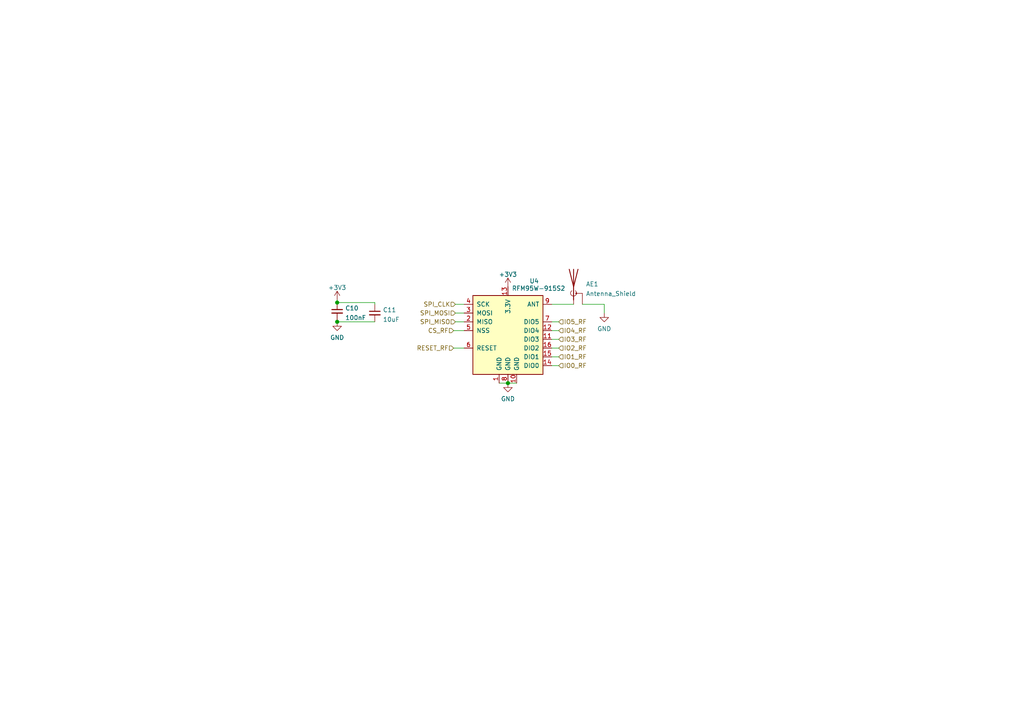
<source format=kicad_sch>
(kicad_sch (version 20211123) (generator eeschema)
  (paper "A4")
  (lib_symbols
    (symbol "Device:Antenna_Shield" (pin_numbers hide) (pin_names (offset 1.016) hide)
      (property "Reference" "AE" (at -1.905 4.445 0))
      (property "Value" "Antenna_Shield" (at -1.905 2.54 0))
      (symbol "Antenna_Shield_0_1"
        (arc (start -0.508 -1.143) (mid -0.8485 -2.1032) (end 0 -2.667))
        (arc (start 0 -2.667) (mid 0.8047 -2.0885) (end 0.508 -1.143))
        (polyline (pts (xy 0 -2.54) (xy 0 0)))
        (polyline (pts (xy 0 5.08) (xy 0 -3.81)) (stroke (width 0.254)))
        (polyline (pts (xy 0.762 -1.905) (xy 2.54 -1.905)))
        (polyline (pts (xy 2.54 -2.54) (xy 2.54 -1.905)))
        (polyline (pts (xy 1.27 5.08) (xy 0 0) (xy -1.27 5.08)) (stroke (width 0.254)))
        (circle (center 0.762 -1.905) (radius 0.1778) (fill (type outline)))
      )
      (symbol "Antenna_Shield_1_1"
        (pin input line (at 0 -5.08 90) (length 2.54) (name "A") (number "1"))
        (pin input line (at 2.54 -5.08 90) (length 2.54) (name "Shield") (number "2"))
      )
    )
    (symbol "Device:C_Small" (pin_numbers hide) (pin_names (offset 0.254) hide)
      (property "Reference" "C" (at 0.254 1.778 0))
      (property "Value" "C_Small" (at 0.254 -2.032 0))
      (symbol "C_Small_0_1"
        (polyline (pts (xy -1.524 -0.508) (xy 1.524 -0.508)) (stroke (width 0.3302)))
        (polyline (pts (xy -1.524 0.508) (xy 1.524 0.508)) (stroke (width 0.3048)))
      )
      (symbol "C_Small_1_1"
        (pin passive line (at 0 2.54 270) (length 2.032) (name "~") (number "1"))
        (pin passive line (at 0 -2.54 90) (length 2.032) (name "~") (number "2"))
      )
    )
    (symbol "RF_Module:RFM95W-915S2" (pin_names (offset 1.016))
      (property "Reference" "U" (at -10.414 11.684 0))
      (property "Value" "RFM95W-915S2" (at 1.524 11.43 0))
      (symbol "RFM95W-915S2_0_1"
        (rectangle (start -10.16 10.16) (end 10.16 -12.7) (stroke (width 0.254)) (fill (type background)))
      )
      (symbol "RFM95W-915S2_1_1"
        (pin power_in line (at -2.54 -15.24 90) (length 2.54) (name "GND") (number "1"))
        (pin power_in line (at 2.54 -15.24 90) (length 2.54) (name "GND") (number "10"))
        (pin bidirectional line (at 12.7 -2.54 180) (length 2.54) (name "DIO3") (number "11"))
        (pin bidirectional line (at 12.7 0 180) (length 2.54) (name "DIO4") (number "12"))
        (pin power_in line (at 0 12.7 270) (length 2.54) (name "3.3V") (number "13"))
        (pin bidirectional line (at 12.7 -10.16 180) (length 2.54) (name "DIO0") (number "14"))
        (pin bidirectional line (at 12.7 -7.62 180) (length 2.54) (name "DIO1") (number "15"))
        (pin bidirectional line (at 12.7 -5.08 180) (length 2.54) (name "DIO2") (number "16"))
        (pin output line (at -12.7 2.54 0) (length 2.54) (name "MISO") (number "2"))
        (pin input line (at -12.7 5.08 0) (length 2.54) (name "MOSI") (number "3"))
        (pin input line (at -12.7 7.62 0) (length 2.54) (name "SCK") (number "4"))
        (pin input line (at -12.7 0 0) (length 2.54) (name "NSS") (number "5"))
        (pin bidirectional line (at -12.7 -5.08 0) (length 2.54) (name "RESET") (number "6"))
        (pin bidirectional line (at 12.7 2.54 180) (length 2.54) (name "DIO5") (number "7"))
        (pin power_in line (at 0 -15.24 90) (length 2.54) (name "GND") (number "8"))
        (pin bidirectional line (at 12.7 7.62 180) (length 2.54) (name "ANT") (number "9"))
      )
    )
    (symbol "power:+3.3V" (power) (pin_names (offset 0))
      (property "Value" "+3.3V" (at 0 3.556 0))
      (symbol "+3.3V_0_1"
        (polyline (pts (xy -0.762 1.27) (xy 0 2.54)))
        (polyline (pts (xy 0 0) (xy 0 2.54)))
        (polyline (pts (xy 0 2.54) (xy 0.762 1.27)))
      )
      (symbol "+3.3V_1_1"
        (pin power_in line (at 0 0 90) (length 0) hide (name "+3V3") (number "1"))
      )
    )
    (symbol "power:GND" (power) (pin_names (offset 0))
      (property "Value" "GND" (at 0 -3.81 0))
      (symbol "GND_0_1"
        (polyline (pts (xy 0 0) (xy 0 -1.27) (xy 1.27 -1.27) (xy 0 -2.54) (xy -1.27 -1.27) (xy 0 -1.27)))
      )
      (symbol "GND_1_1"
        (pin power_in line (at 0 0 270) (length 0) hide (name "GND") (number "1"))
      )
    )
  )
  (junction (at 147.32 111.125) (diameter 1.016))
  (junction (at 97.79 93.345) (diameter 1.016))
  (junction (at 97.79 87.757) (diameter 1.016))
  (wire (pts (xy 97.79 86.995) (xy 97.79 87.757)))
  (wire (pts (xy 160.02 88.265) (xy 166.37 88.265)))
  (wire (pts (xy 160.02 100.965) (xy 162.052 100.965)))
  (wire (pts (xy 160.02 103.505) (xy 162.052 103.505)))
  (wire (pts (xy 97.79 93.345) (xy 108.712 93.345)))
  (wire (pts (xy 147.32 111.125) (xy 149.86 111.125)))
  (wire (pts (xy 175.26 88.265) (xy 175.26 90.805)))
  (wire (pts (xy 97.79 92.837) (xy 97.79 93.345)))
  (wire (pts (xy 160.02 98.425) (xy 162.052 98.425)))
  (wire (pts (xy 132.08 90.805) (xy 134.62 90.805)))
  (wire (pts (xy 160.02 93.345) (xy 162.052 93.345)))
  (wire (pts (xy 144.78 111.125) (xy 147.32 111.125)))
  (wire (pts (xy 160.02 95.885) (xy 162.052 95.885)))
  (wire (pts (xy 160.02 106.045) (xy 162.052 106.045)))
  (wire (pts (xy 132.08 88.265) (xy 134.62 88.265)))
  (wire (pts (xy 132.08 93.345) (xy 134.62 93.345)))
  (wire (pts (xy 131.572 95.885) (xy 134.62 95.885)))
  (wire (pts (xy 97.79 87.757) (xy 108.712 87.757)))
  (wire (pts (xy 131.572 100.965) (xy 134.62 100.965)))
  (wire (pts (xy 168.91 88.265) (xy 175.26 88.265)))
  (wire (pts (xy 108.712 87.757) (xy 108.712 88.265)))
  (hierarchical_label "SPI_MISO" (shape input) (at 132.08 93.345 180))
  (hierarchical_label "RESET_RF" (shape input) (at 131.572 100.965 180))
  (hierarchical_label "SPI_CLK" (shape input) (at 132.08 88.265 180))
  (hierarchical_label "SPI_MOSI" (shape input) (at 132.08 90.805 180))
  (hierarchical_label "IO3_RF" (shape input) (at 162.052 98.425 0))
  (hierarchical_label "IO5_RF" (shape input) (at 162.052 93.345 0))
  (hierarchical_label "CS_RF" (shape input) (at 131.572 95.885 180))
  (hierarchical_label "IO1_RF" (shape input) (at 162.052 103.505 0))
  (hierarchical_label "IO0_RF" (shape input) (at 162.052 106.045 0))
  (hierarchical_label "IO4_RF" (shape input) (at 162.052 95.885 0))
  (hierarchical_label "IO2_RF" (shape input) (at 162.052 100.965 0))
  (symbol (lib_id "power:GND") (at 175.26 90.805 0) (unit 1)
    (property "Reference" "#PWR0125" (effects hide))
    (property "Value" "GND" (at 175.26 95.3676 0))
  )
  (symbol (lib_id "RF_Module:RFM95W-915S2") (at 147.32 95.885 0) (unit 1)
    (property "Reference" "U4" (at 154.94 81.5044 0))
    (property "Value" "RFM95W-915S2" (at 156.21 83.6445 0))
    (property "Footprint" "RF_Module:HOPERF_RFM9XW_SMD" (effects hide))
    (property "Datasheet" "https://www.hoperf.com/data/upload/portal/20181127/5bfcbea20e9ef.pdf" (effects hide))
    (property "LCSC#" "C2844473" (effects hide))
  )
  (symbol (lib_id "Device:C_Small") (at 108.712 90.805 0) (unit 1)
    (property "Reference" "C11" (at 111.0362 89.8965 0) (effects (justify left)))
    (property "Value" "10uF" (at 111.0362 92.6716 0) (effects (justify left)))
    (property "Footprint" "Capacitor_SMD:C_0603_1608Metric_Pad1.08x0.95mm_HandSolder" (effects hide))
  )
  (symbol (lib_id "Device:Antenna_Shield") (at 166.37 83.185 0) (unit 1)
    (property "Reference" "AE1" (at 169.9261 82.4035 0) (effects (justify left)))
    (property "Value" "Antenna_Shield" (at 169.9261 85.1786 0) (effects (justify left)))
    (property "Footprint" "Connector_Coaxial:SMA_Amphenol_132134_Vertical" (effects hide))
    (property "LCSC#" "C496550" (effects hide))
  )
  (symbol (lib_id "power:+3.3V") (at 147.32 83.185 0) (unit 1)
    (property "Reference" "#PWR0123" (effects hide))
    (property "Value" "+3.3V" (at 147.32 79.6092 0))
  )
  (symbol (lib_id "power:+3.3V") (at 97.79 86.995 0) (unit 1)
    (property "Reference" "#PWR0122" (effects hide))
    (property "Value" "+3.3V" (at 97.79 83.4192 0))
  )
  (symbol (lib_id "power:GND") (at 147.32 111.125 0) (unit 1)
    (property "Reference" "#PWR0124" (effects hide))
    (property "Value" "GND" (at 147.32 115.6876 0))
  )
  (symbol (lib_id "Device:C_Small") (at 97.79 90.297 0) (unit 1)
    (property "Reference" "C10" (at 100.1142 89.3885 0) (effects (justify left)))
    (property "Value" "100nF" (at 100.1142 92.1636 0) (effects (justify left)))
    (property "Footprint" "Capacitor_SMD:C_0603_1608Metric_Pad1.08x0.95mm_HandSolder" (effects hide))
  )
  (symbol (lib_id "power:GND") (at 97.79 93.345 0) (unit 1)
    (property "Reference" "#PWR0126" (effects hide))
    (property "Value" "GND" (at 97.79 97.9076 0))
  )
)
</source>
